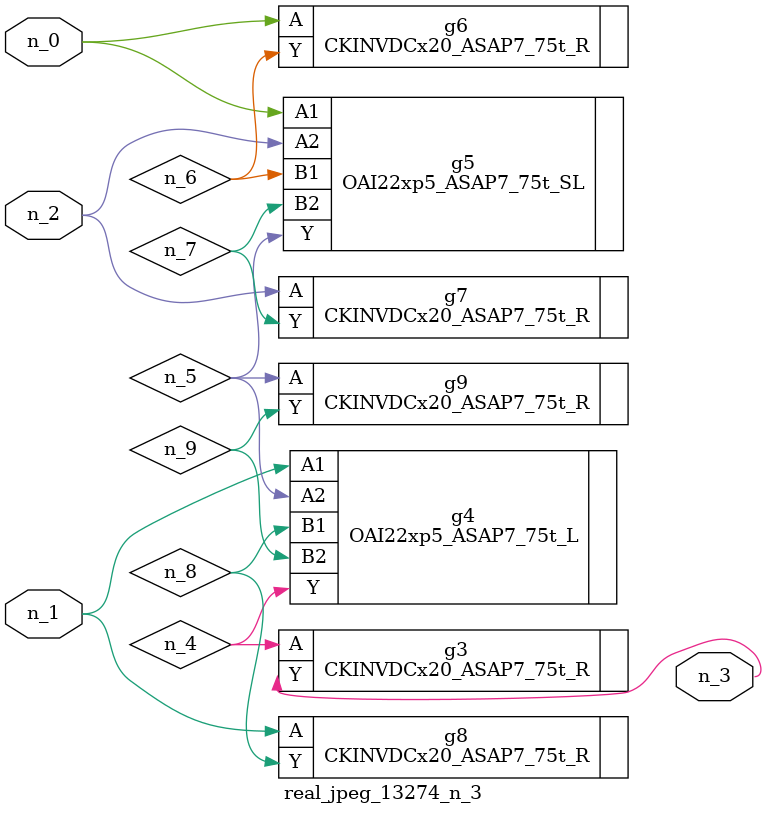
<source format=v>
module real_jpeg_13274_n_3 (n_1, n_0, n_2, n_3);

input n_1;
input n_0;
input n_2;

output n_3;

wire n_5;
wire n_8;
wire n_4;
wire n_6;
wire n_7;
wire n_9;

OAI22xp5_ASAP7_75t_SL g5 ( 
.A1(n_0),
.A2(n_2),
.B1(n_6),
.B2(n_7),
.Y(n_5)
);

CKINVDCx20_ASAP7_75t_R g6 ( 
.A(n_0),
.Y(n_6)
);

OAI22xp5_ASAP7_75t_L g4 ( 
.A1(n_1),
.A2(n_5),
.B1(n_8),
.B2(n_9),
.Y(n_4)
);

CKINVDCx20_ASAP7_75t_R g8 ( 
.A(n_1),
.Y(n_8)
);

CKINVDCx20_ASAP7_75t_R g7 ( 
.A(n_2),
.Y(n_7)
);

CKINVDCx20_ASAP7_75t_R g3 ( 
.A(n_4),
.Y(n_3)
);

CKINVDCx20_ASAP7_75t_R g9 ( 
.A(n_5),
.Y(n_9)
);


endmodule
</source>
